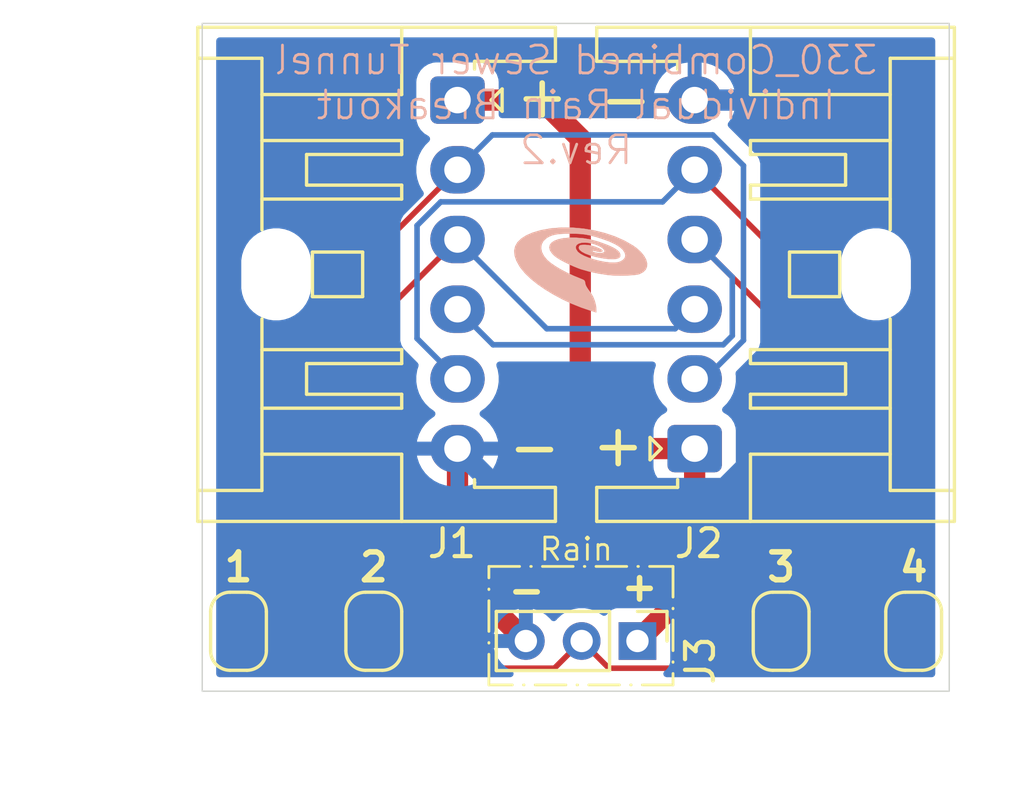
<source format=kicad_pcb>
(kicad_pcb (version 20240108) (generator "pcbnew") (generator_version "8.0")
  (layers (0 "F.Cu" signal) (31 "B.Cu" signal) (34 "B.Paste" user) (35 "F.Paste" user) (36 "B.SilkS" user "B.Silkscreen") (37 "F.SilkS" user "F.Silkscreen") (38 "B.Mask" user) (39 "F.Mask" user) (44 "Edge.Cuts" user))
  (net 0 "")
  (net 1 "+5V")
  (net 2 "Net-(J1-Pin_5)")
  (net 3 "GND")
  (net 4 "Net-(J1-Pin_3)")
  (net 5 "Net-(J1-Pin_2)")
  (net 6 "Net-(J1-Pin_4)")
  (net 7 "Net-(J3-Pin_2)")
  (footprint "Connector_JST:JST_XA_S06B-XASK-1_1x06_P2.50mm_Horizontal" (layer "F.Cu") (at 138.6 86.675 90)
    (property "Reference" "J2" (at -3.4 0.15 180) (layer "F.SilkS"))
    (property "Value" "Conn_01x06_Socket")
    (fp_line (start 15.11 -3.51) (end 13.89 -3.51) (stroke (width 0.12)) (layer "F.SilkS"))
    (fp_line (start 13.89 -3.51) (end 13.89 -0.61) (stroke (width 0.12)) (layer "F.SilkS"))
    (fp_line (start -1.39 -3.51) (end -2.61 -3.51) (stroke (width 0.12)) (layer "F.SilkS"))
    (fp_line (start -2.61 -3.51) (end -2.61 9.31) (stroke (width 0.12)) (layer "F.SilkS"))
    (fp_line (start 0.4 -1.6) (end 0 -1.2) (stroke (width 0.12)) (layer "F.SilkS"))
    (fp_line (start -0.4 -1.6) (end 0.4 -1.6) (stroke (width 0.12)) (layer "F.SilkS"))
    (fp_line (start 0 -1.2) (end -0.4 -1.6) (stroke (width 0.12)) (layer "F.SilkS"))
    (fp_line (start 13.89 -0.61) (end 13.61 -0.61) (stroke (width 0.12)) (layer "F.SilkS"))
    (fp_line (start -1.11 -0.61) (end -1.39 -0.61) (stroke (width 0.12)) (layer "F.SilkS"))
    (fp_line (start -1.39 -0.61) (end -1.39 -3.51) (stroke (width 0.12)) (layer "F.SilkS"))
    (fp_line (start 12.7 2) (end 15.11 2) (stroke (width 0.12)) (layer "F.SilkS"))
    (fp_line (start 11.05 2) (end 11.05 7.01) (stroke (width 0.12)) (layer "F.SilkS"))
    (fp_line (start 10.55 2) (end 11.05 2) (stroke (width 0.12)) (layer "F.SilkS"))
    (fp_line (start 9.45 2) (end 9.45 5.41) (stroke (width 0.12)) (layer "F.SilkS"))
    (fp_line (start 8.95 2) (end 9.45 2) (stroke (width 0.12)) (layer "F.SilkS"))
    (fp_line (start 3.55 2) (end 3.05 2) (stroke (width 0.12)) (layer "F.SilkS"))
    (fp_line (start 3.05 2) (end 3.05 5.41) (stroke (width 0.12)) (layer "F.SilkS"))
    (fp_line (start 1.95 2) (end 1.45 2) (stroke (width 0.12)) (layer "F.SilkS"))
    (fp_line (start 1.45 2) (end 1.45 7.01) (stroke (width 0.12)) (layer "F.SilkS"))
    (fp_line (start -0.2 2) (end -2.61 2) (stroke (width 0.12)) (layer "F.SilkS"))
    (fp_line (start 7.05 3.4) (end 7.05 5.2) (stroke (width 0.12)) (layer "F.SilkS"))
    (fp_line (start 5.45 3.4) (end 7.05 3.4) (stroke (width 0.12)) (layer "F.SilkS"))
    (fp_line (start 7.05 5.2) (end 5.45 5.2) (stroke (width 0.12)) (layer "F.SilkS"))
    (fp_line (start 5.45 5.2) (end 5.45 3.4) (stroke (width 0.12)) (layer "F.SilkS"))
    (fp_line (start 10.55 5.41) (end 10.55 2) (stroke (width 0.12)) (layer "F.SilkS"))
    (fp_line (start 9.45 5.41) (end 10.55 5.41) (stroke (width 0.12)) (layer "F.SilkS"))
    (fp_line (start 3.05 5.41) (end 1.95 5.41) (stroke (width 0.12)) (layer "F.SilkS"))
    (fp_line (start 1.95 5.41) (end 1.95 2) (stroke (width 0.12)) (layer "F.SilkS"))
    (fp_line (start 14 7.01) (end 14 9.31) (stroke (width 0.12)) (layer "F.SilkS"))
    (fp_line (start 12.7 7.01) (end 12.7 2) (stroke (width 0.12)) (layer "F.SilkS"))
    (fp_line (start 8.95 7.01) (end 8.95 2) (stroke (width 0.12)) (layer "F.SilkS"))
    (fp_line (start 7.85 7.01) (end 14 7.01) (stroke (width 0.12)) (layer "F.SilkS"))
    (fp_line (start 3.55 7.01) (end 3.55 2) (stroke (width 0.12)) (layer "F.SilkS"))
    (fp_line (start -0.2 7.01) (end -0.2 2) (stroke (width 0.12)) (layer "F.SilkS"))
    (fp_line (start -1.5 7.01) (end 4.65 7.01) (stroke (width 0.12)) (layer "F.SilkS"))
    (fp_line (start 15.11 9.31) (end 15.11 -3.51) (stroke (width 0.12)) (layer "F.SilkS"))
    (fp_line (start -1.5 9.31) (end -1.5 7.01) (stroke (width 0.12)) (layer "F.SilkS"))
    (fp_line (start -2.61 9.31) (end 15.11 9.31) (stroke (width 0.12)) (layer "F.SilkS"))
    (pad "" np_thru_hole oval (at 6.25 6.5 90) (size 2.8 2) (drill oval 2.8 2) (layers "*.Cu" "*.Mask"))
    (pad "1" thru_hole roundrect (at 0 0 90) (size 1.7 1.95) (drill 0.95) (layers "*.Cu" "*.Mask") (roundrect_rratio 0.1470588235) (net 1 "+5V"))
    (pad "2" thru_hole oval (at 2.5 0 90) (size 1.7 1.95) (drill 0.95) (layers "*.Cu" "*.Mask") (net 5 "Net-(J1-Pin_2)"))
    (pad "3" thru_hole oval (at 5 0 90) (size 1.7 1.95) (drill 0.95) (layers "*.Cu" "*.Mask") (net 4 "Net-(J1-Pin_3)"))
    (pad "4" thru_hole oval (at 7.5 0 90) (size 1.7 1.95) (drill 0.95) (layers "*.Cu" "*.Mask") (net 6 "Net-(J1-Pin_4)"))
    (pad "5" thru_hole oval (at 10 0 90) (size 1.7 1.95) (drill 0.95) (layers "*.Cu" "*.Mask") (net 2 "Net-(J1-Pin_5)"))
    (pad "6" thru_hole oval (at 12.5 0 90) (size 1.7 1.95) (drill 0.95) (layers "*.Cu" "*.Mask") (net 3 "GND"))
  )
  (footprint "Jumper:SolderJumper-2_P1.3mm_Open_RoundedPad1.0x1.5mm" (layer "F.Cu") (at 127.1 93.225 90)
    (property "Reference" "2" (at 2.3 0 0) (layer "F.SilkS") (effects (font (thickness 0.2) (bold yes))))
    (property "Value" "Jumper_2_Open")
    (fp_line (start -0.7 -1) (end 0.7 -1) (stroke (width 0.12)) (layer "F.SilkS"))
    (fp_line (start 1.4 -0.3) (end 1.4 0.3) (stroke (width 0.12)) (layer "F.SilkS"))
    (fp_line (start -1.4 0.3) (end -1.4 -0.3) (stroke (width 0.12)) (layer "F.SilkS"))
    (fp_line (start 0.7 1) (end -0.7 1) (stroke (width 0.12)) (layer "F.SilkS"))
    (fp_arc (start 0.7 -1) (mid 1.194975 -0.794975) (end 1.4 -0.3) (stroke (width 0.12)) (layer "F.SilkS"))
    (fp_arc (start -1.4 -0.3) (mid -1.194975 -0.794975) (end -0.7 -1) (stroke (width 0.12)) (layer "F.SilkS"))
    (fp_arc (start 1.4 0.3) (mid 1.194975 0.794975) (end 0.7 1) (stroke (width 0.12)) (layer "F.SilkS"))
    (fp_arc (start -0.7 1) (mid -1.194975 0.794975) (end -1.4 0.3) (stroke (width 0.12)) (layer "F.SilkS"))
    (pad "1" smd custom (at -0.65 0 90) (size 1 0.5) (layers "F.Cu" "F.Mask") (net 7 "Net-(J3-Pin_2)") (options (clearance outline) (anchor rect)) (primitives (gr_circle (center 0 0.25) (end 0.5 0.25) (width 0) (fill yes)) (gr_circle (center 0 -0.25) (end 0.5 -0.25) (width 0) (fill yes)) (gr_poly (pts (xy 0.5 0.75) (xy 0 0.75) (xy 0 -0.75) (xy 0.5 -0.75)) (width 0) (fill yes))))
    (pad "2" smd custom (at 0.65 0 90) (size 1 0.5) (layers "F.Cu" "F.Mask") (net 4 "Net-(J1-Pin_3)") (options (clearance outline) (anchor rect)) (primitives (gr_circle (center 0 0.25) (end 0.5 0.25) (width 0) (fill yes)) (gr_circle (center 0 -0.25) (end 0.5 -0.25) (width 0) (fill yes)) (gr_poly (pts (xy 0 0.75) (xy -0.5 0.75) (xy -0.5 -0.75) (xy 0 -0.75)) (width 0) (fill yes))))
  )
  (footprint "Connector_JST:JST_XA_S06B-XASK-1_1x06_P2.50mm_Horizontal" (layer "F.Cu") (at 130.1 74.175 -90)
    (property "Reference" "J1" (at 15.9 0.2 0) (layer "F.SilkS"))
    (property "Value" "Conn_01x06_Socket")
    (fp_line (start -2.61 9.31) (end 15.11 9.31) (stroke (width 0.12)) (layer "F.SilkS"))
    (fp_line (start -1.5 9.31) (end -1.5 7.01) (stroke (width 0.12)) (layer "F.SilkS"))
    (fp_line (start 15.11 9.31) (end 15.11 -3.51) (stroke (width 0.12)) (layer "F.SilkS"))
    (fp_line (start -1.5 7.01) (end 4.65 7.01) (stroke (width 0.12)) (layer "F.SilkS"))
    (fp_line (start -0.2 7.01) (end -0.2 2) (stroke (width 0.12)) (layer "F.SilkS"))
    (fp_line (start 3.55 7.01) (end 3.55 2) (stroke (width 0.12)) (layer "F.SilkS"))
    (fp_line (start 7.85 7.01) (end 14 7.01) (stroke (width 0.12)) (layer "F.SilkS"))
    (fp_line (start 8.95 7.01) (end 8.95 2) (stroke (width 0.12)) (layer "F.SilkS"))
    (fp_line (start 12.7 7.01) (end 12.7 2) (stroke (width 0.12)) (layer "F.SilkS"))
    (fp_line (start 14 7.01) (end 14 9.31) (stroke (width 0.12)) (layer "F.SilkS"))
    (fp_line (start 1.95 5.41) (end 1.95 2) (stroke (width 0.12)) (layer "F.SilkS"))
    (fp_line (start 3.05 5.41) (end 1.95 5.41) (stroke (width 0.12)) (layer "F.SilkS"))
    (fp_line (start 9.45 5.41) (end 10.55 5.41) (stroke (width 0.12)) (layer "F.SilkS"))
    (fp_line (start 10.55 5.41) (end 10.55 2) (stroke (width 0.12)) (layer "F.SilkS"))
    (fp_line (start 5.45 5.2) (end 5.45 3.4) (stroke (width 0.12)) (layer "F.SilkS"))
    (fp_line (start 7.05 5.2) (end 5.45 5.2) (stroke (width 0.12)) (layer "F.SilkS"))
    (fp_line (start 5.45 3.4) (end 7.05 3.4) (stroke (width 0.12)) (layer "F.SilkS"))
    (fp_line (start 7.05 3.4) (end 7.05 5.2) (stroke (width 0.12)) (layer "F.SilkS"))
    (fp_line (start -0.2 2) (end -2.61 2) (stroke (width 0.12)) (layer "F.SilkS"))
    (fp_line (start 1.45 2) (end 1.45 7.01) (stroke (width 0.12)) (layer "F.SilkS"))
    (fp_line (start 1.95 2) (end 1.45 2) (stroke (width 0.12)) (layer "F.SilkS"))
    (fp_line (start 3.05 2) (end 3.05 5.41) (stroke (width 0.12)) (layer "F.SilkS"))
    (fp_line (start 3.55 2) (end 3.05 2) (stroke (width 0.12)) (layer "F.SilkS"))
    (fp_line (start 8.95 2) (end 9.45 2) (stroke (width 0.12)) (layer "F.SilkS"))
    (fp_line (start 9.45 2) (end 9.45 5.41) (stroke (width 0.12)) (layer "F.SilkS"))
    (fp_line (start 10.55 2) (end 11.05 2) (stroke (width 0.12)) (layer "F.SilkS"))
    (fp_line (start 11.05 2) (end 11.05 7.01) (stroke (width 0.12)) (layer "F.SilkS"))
    (fp_line (start 12.7 2) (end 15.11 2) (stroke (width 0.12)) (layer "F.SilkS"))
    (fp_line (start -1.39 -0.61) (end -1.39 -3.51) (stroke (width 0.12)) (layer "F.SilkS"))
    (fp_line (start -1.11 -0.61) (end -1.39 -0.61) (stroke (width 0.12)) (layer "F.SilkS"))
    (fp_line (start 13.89 -0.61) (end 13.61 -0.61) (stroke (width 0.12)) (layer "F.SilkS"))
    (fp_line (start 0 -1.2) (end -0.4 -1.6) (stroke (width 0.12)) (layer "F.SilkS"))
    (fp_line (start -0.4 -1.6) (end 0.4 -1.6) (stroke (width 0.12)) (layer "F.SilkS"))
    (fp_line (start 0.4 -1.6) (end 0 -1.2) (stroke (width 0.12)) (layer "F.SilkS"))
    (fp_line (start -2.61 -3.51) (end -2.61 9.31) (stroke (width 0.12)) (layer "F.SilkS"))
    (fp_line (start -1.39 -3.51) (end -2.61 -3.51) (stroke (width 0.12)) (layer "F.SilkS"))
    (fp_line (start 13.89 -3.51) (end 13.89 -0.61) (stroke (width 0.12)) (layer "F.SilkS"))
    (fp_line (start 15.11 -3.51) (end 13.89 -3.51) (stroke (width 0.12)) (layer "F.SilkS"))
    (pad "" np_thru_hole oval (at 6.25 6.5 270) (size 2.8 2) (drill oval 2.8 2) (layers "*.Cu" "*.Mask"))
    (pad "1" thru_hole roundrect (at 0 0 270) (size 1.7 1.95) (drill 0.95) (layers "*.Cu" "*.Mask") (roundrect_rratio 0.1470588235) (net 1 "+5V"))
    (pad "2" thru_hole oval (at 2.5 0 270) (size 1.7 1.95) (drill 0.95) (layers "*.Cu" "*.Mask") (net 5 "Net-(J1-Pin_2)"))
    (pad "3" thru_hole oval (at 5 0 270) (size 1.7 1.95) (drill 0.95) (layers "*.Cu" "*.Mask") (net 4 "Net-(J1-Pin_3)"))
    (pad "4" thru_hole oval (at 7.5 0 270) (size 1.7 1.95) (drill 0.95) (layers "*.Cu" "*.Mask") (net 6 "Net-(J1-Pin_4)"))
    (pad "5" thru_hole oval (at 10 0 270) (size 1.7 1.95) (drill 0.95) (layers "*.Cu" "*.Mask") (net 2 "Net-(J1-Pin_5)"))
    (pad "6" thru_hole oval (at 12.5 0 270) (size 1.7 1.95) (drill 0.95) (layers "*.Cu" "*.Mask") (net 3 "GND"))
  )
  (footprint "Jumper:SolderJumper-2_P1.3mm_Open_RoundedPad1.0x1.5mm" (layer "F.Cu") (at 146.45 93.225 90)
    (property "Reference" "4" (at 2.3 0 0) (layer "F.SilkS") (effects (font (thickness 0.2) (bold yes))))
    (property "Value" "Jumper_2_Open")
    (fp_line (start -0.7 -1) (end 0.7 -1) (stroke (width 0.12)) (layer "F.SilkS"))
    (fp_line (start 1.4 -0.3) (end 1.4 0.3) (stroke (width 0.12)) (layer "F.SilkS"))
    (fp_line (start -1.4 0.3) (end -1.4 -0.3) (stroke (width 0.12)) (layer "F.SilkS"))
    (fp_line (start 0.7 1) (end -0.7 1) (stroke (width 0.12)) (layer "F.SilkS"))
    (fp_arc (start 0.7 -1) (mid 1.194975 -0.794975) (end 1.4 -0.3) (stroke (width 0.12)) (layer "F.SilkS"))
    (fp_arc (start -1.4 -0.3) (mid -1.194975 -0.794975) (end -0.7 -1) (stroke (width 0.12)) (layer "F.SilkS"))
    (fp_arc (start 1.4 0.3) (mid 1.194975 0.794975) (end 0.7 1) (stroke (width 0.12)) (layer "F.SilkS"))
    (fp_arc (start -0.7 1) (mid -1.194975 0.794975) (end -1.4 0.3) (stroke (width 0.12)) (layer "F.SilkS"))
    (pad "1" smd custom (at -0.65 0 90) (size 1 0.5) (layers "F.Cu" "F.Mask") (net 7 "Net-(J3-Pin_2)") (options (clearance outline) (anchor rect)) (primitives (gr_circle (center 0 0.25) (end 0.5 0.25) (width 0) (fill yes)) (gr_circle (center 0 -0.25) (end 0.5 -0.25) (width 0) (fill yes)) (gr_poly (pts (xy 0.5 0.75) (xy 0 0.75) (xy 0 -0.75) (xy 0.5 -0.75)) (width 0) (fill yes))))
    (pad "2" smd custom (at 0.65 0 90) (size 1 0.5) (layers "F.Cu" "F.Mask") (net 2 "Net-(J1-Pin_5)") (options (clearance outline) (anchor rect)) (primitives (gr_circle (center 0 0.25) (end 0.5 0.25) (width 0) (fill yes)) (gr_circle (center 0 -0.25) (end 0.5 -0.25) (width 0) (fill yes)) (gr_poly (pts (xy 0 0.75) (xy -0.5 0.75) (xy -0.5 -0.75) (xy 0 -0.75)) (width 0) (fill yes))))
  )
  (footprint "Jumper:SolderJumper-2_P1.3mm_Open_RoundedPad1.0x1.5mm" (layer "F.Cu") (at 122.25 93.225 90)
    (property "Reference" "1" (at 2.3 0 0) (layer "F.SilkS") (effects (font (thickness 0.2) (bold yes))))
    (property "Value" "Jumper_2_Open")
    (fp_line (start -0.7 -1) (end 0.7 -1) (stroke (width 0.12)) (layer "F.SilkS"))
    (fp_line (start 1.4 -0.3) (end 1.4 0.3) (stroke (width 0.12)) (layer "F.SilkS"))
    (fp_line (start -1.4 0.3) (end -1.4 -0.3) (stroke (width 0.12)) (layer "F.SilkS"))
    (fp_line (start 0.7 1) (end -0.7 1) (stroke (width 0.12)) (layer "F.SilkS"))
    (fp_arc (start 0.7 -1) (mid 1.194975 -0.794975) (end 1.4 -0.3) (stroke (width 0.12)) (layer "F.SilkS"))
    (fp_arc (start -1.4 -0.3) (mid -1.194975 -0.794975) (end -0.7 -1) (stroke (width 0.12)) (layer "F.SilkS"))
    (fp_arc (start 1.4 0.3) (mid 1.194975 0.794975) (end 0.7 1) (stroke (width 0.12)) (layer "F.SilkS"))
    (fp_arc (start -0.7 1) (mid -1.194975 0.794975) (end -1.4 0.3) (stroke (width 0.12)) (layer "F.SilkS"))
    (pad "1" smd custom (at -0.65 0 90) (size 1 0.5) (layers "F.Cu" "F.Mask") (net 7 "Net-(J3-Pin_2)") (options (clearance outline) (anchor rect)) (primitives (gr_circle (center 0 0.25) (end 0.5 0.25) (width 0) (fill yes)) (gr_circle (center 0 -0.25) (end 0.5 -0.25) (width 0) (fill yes)) (gr_poly (pts (xy 0.5 0.75) (xy 0 0.75) (xy 0 -0.75) (xy 0.5 -0.75)) (width 0) (fill yes))))
    (pad "2" smd custom (at 0.65 0 90) (size 1 0.5) (layers "F.Cu" "F.Mask") (net 5 "Net-(J1-Pin_2)") (options (clearance outline) (anchor rect)) (primitives (gr_circle (center 0 0.25) (end 0.5 0.25) (width 0) (fill yes)) (gr_circle (center 0 -0.25) (end 0.5 -0.25) (width 0) (fill yes)) (gr_poly (pts (xy 0 0.75) (xy -0.5 0.75) (xy -0.5 -0.75) (xy 0 -0.75)) (width 0) (fill yes))))
  )
  (footprint "SMM:smm-spiral-05mm-Back" (layer "F.Cu") (at 134.6 79.675)
    (property "Reference" "REF**" (hide yes))
    (property "Value" "smm-spiral-05mm-Back")
    (fp_poly (pts (xy -1.15 -0.9) (xy -1.504112 -0.837139) (xy -1.806126 -0.748139) (xy -2.035184 -0.648728) (xy -2.215878 -0.534027) (xy -2.34812 -0.404299) (xy -2.431821 -0.259806) (xy -2.466894 -0.100812) (xy -2.45325 0.072421) (xy -2.390801 0.259631) (xy -2.279458 0.460555) (xy -2.234364 0.526477) (xy -2.076789 0.716329) (xy -1.874769 0.909624) (xy -1.63417 1.102787) (xy -1.360858 1.292238) (xy -1.060701 1.474402) (xy -0.739566 1.6457) (xy -0.403319 1.802557) (xy -0.057827 1.941394) (xy 0.266042 2.051025) (xy 0.475592 2.115342) (xy 0.475592 1.993075) (xy 0.460715 1.855669) (xy 0.420883 1.703325) (xy 0.363296 1.558211) (xy 0.298045 1.446357) (xy 0.21223 1.328837) (xy 0.152668 1.242092) (xy 0.114152 1.177008) (xy 0.091475 1.124473) (xy 0.079429 1.075375) (xy 0.077071 1.059667) (xy 0.066912 1.005607) (xy 0.046517 0.969923) (xy 0.004084 0.941629) (xy -0.072186 0.909739) (xy -0.092205 0.90209) (xy -0.329344 0.804917) (xy -0.561475 0.696662) (xy -0.780065 0.582108) (xy -0.97658 0.46604) (xy -1.142487 0.353241) (xy -1.269254 0.248495) (xy -1.284405 0.233733) (xy -1.401587 0.091809) (xy -1.474058 -0.051638) (xy -1.501659 -0.191815) (xy -1.48423 -0.323927) (xy -1.421613 -0.443179) (xy -1.313646 -0.544777) (xy -1.31039 -0.547032) (xy -1.213045 -0.605089) (xy -1.106993 -0.648558) (xy -0.983502 -0.679158) (xy -0.833838 -0.698605) (xy -0.64927 -0.708619) (xy -0.476908 -0.710982) (xy -0.263794 -0.708639) (xy -0.082702 -0.699196) (xy 0.081612 -0.68023) (xy 0.244395 -0.649318) (xy 0.420891 -0.604037) (xy 0.626347 -0.541962) (xy 0.666092 -0.529296) (xy 0.930619 -0.434425) (xy 1.146624 -0.335047) (xy 1.313656 -0.231487) (xy 1.431259 -0.124071) (xy 1.498983 -0.013125) (xy 1.516992 0.082996) (xy 1.493231 0.162265) (xy 1.428476 0.234211) (xy 1.332519 0.290342) (xy 1.247678 0.316599) (xy 1.11336 0.330143) (xy 0.950293 0.324033) (xy 0.768168 0.300847) (xy 0.576675 0.263162) (xy 0.385506 0.213556) (xy 0.204351 0.154606) (xy 0.042901 0.08889) (xy -0.089154 0.018985) (xy -0.182121 -0.052531) (xy -0.195559 -0.06726) (xy -0.252148 -0.158576) (xy -0.26279 -0.238464) (xy -0.231563 -0.304338) (xy -0.162545 -0.353615) (xy -0.059813 -0.38371) (xy 0.072555 -0.392039) (xy 0.230483 -0.376018) (xy 0.277492 -0.367074) (xy 0.414591 -0.330738) (xy 0.535065 -0.284477) (xy 0.635078 -0.232244) (xy 0.710796 -0.177992) (xy 0.758387 -0.125672) (xy 0.774015 -0.079236) (xy 0.753847 -0.042637) (xy 0.694049 -0.019826) (xy 0.61988 -0.014143) (xy 0.523798 -0.019698) (xy 0.436833 -0.034256) (xy 0.370589 -0.054658) (xy 0.336667 -0.077745) (xy 0.336484 -0.091301) (xy 0.367256 -0.099733) (xy 0.419004 -0.090017) (xy 0.522054 -0.063694) (xy 0.612151 -0.054027) (xy 0.673689 -0.062466) (xy 0.680112 -0.065759) (xy 0.699132 -0.096274) (xy 0.668866 -0.134114) (xy 0.589023 -0.179498) (xy 0.459312 -0.232643) (xy 0.455149 -0.234176) (xy 0.33116 -0.271561) (xy 0.202497 -0.296655) (xy 0.080186 -0.308822) (xy -0.02475 -0.307427) (xy -0.101284 -0.291837) (xy -0.135034 -0.268143) (xy -0.153663 -0.200099) (xy -0.123486 -0.131743) (xy -0.046475 -0.064282) (xy 0.075398 0.001078) (xy 0.240162 0.06313) (xy 0.445846 0.120668) (xy 0.533527 0.140923) (xy 0.741786 0.179963) (xy 0.926211 0.201335) (xy 1.082128 0.20525) (xy 1.204861 0.191923) (xy 1.289734 0.161564) (xy 1.332073 0.114387) (xy 1.334745 0.104497) (xy 1.334261 0.025842) (xy 1.299026 -0.048195) (xy 1.225685 -0.120468) (xy 1.110885 -0.193833) (xy 0.951272 -0.271146) (xy 0.83805 -0.318439) (xy 0.548886 -0.423554) (xy 0.280306 -0.497246) (xy 0.016154 -0.543175) (xy -0.248308 -0.564547) (xy -0.495187 -0.564962) (xy -0.708904 -0.545607) (xy -0.887457 -0.508138) (xy -1.028847 -0.454209) (xy -1.131073 -0.385476) (xy -1.192134 -0.303595) (xy -1.21003 -0.210221) (xy -1.182761 -0.10701) (xy -1.108325 0.004383) (xy -1.030795 0.083018) (xy -0.941846 0.150116) (xy -0.815402 0.227909) (xy -0.662157 0.31103) (xy -0.492811 0.39411) (xy -0.318059 0.471782) (xy -0.1486 0.538678) (xy -0.064133 0.568079) (xy 0.225969 0.650757) (xy 0.547164 0.719785) (xy 0.880674 0.771185) (xy 0.913382 0.775132) (xy 1.062267 0.78784) (xy 1.231141 0.794401) (xy 1.409088 0.795181) (xy 1.58519 0.790548) (xy 1.748531 0.780869) (xy 1.888194 0.766511) (xy 1.993261 0.747842) (xy 2.027683 0.737648) (xy 2.15822 0.669641) (xy 2.245865 0.579909) (xy 2.291523 0.472466) (xy 2.296099 0.351325) (xy 2.2605 0.220498) (xy 2.185629 0.083999) (xy 2.072393 -0.054159) (xy 1.921696 -0.189963) (xy 1.798376 -0.278858) (xy 1.491133 -0.456339) (xy 1.150833 -0.607318) (xy 0.785245 -0.730784) (xy 0.402142 -0.825724) (xy 0.009295 -0.891128) (xy -0.385525 -0.925983) (xy -0.774548 -0.929278) (xy -1.15 -0.9)) (stroke (width 0.01)) (fill solid) (layer "B.SilkS"))
  )
  (footprint "Connector_PinHeader_2.00mm:PinHeader_1x03_P2.00mm_Vertical" (layer "F.Cu") (at 136.55 93.575 -90)
    (property "Reference" "J3" (at 0.7 -2.25 90) (layer "F.SilkS"))
    (property "Value" "Conn_01x03_Socket")
    (fp_line (start -1.06 5.06) (end 1.06 5.06) (stroke (width 0.12)) (layer "F.SilkS"))
    (fp_line (start -1.06 1) (end -1.06 5.06) (stroke (width 0.12)) (layer "F.SilkS"))
    (fp_line (start -1.06 1) (end 1.06 1) (stroke (width 0.12)) (layer "F.SilkS"))
    (fp_line (start 1.06 1) (end 1.06 5.06) (stroke (width 0.12)) (layer "F.SilkS"))
    (fp_line (start -1.06 0) (end -1.06 -1.06) (stroke (width 0.12)) (layer "F.SilkS"))
    (fp_line (start -1.06 -1.06) (end 0 -1.06) (stroke (width 0.12)) (layer "F.SilkS"))
    (pad "1" thru_hole rect (at 0 0 270) (size 1.35 1.35) (drill 0.8) (layers "*.Cu" "*.Mask") (net 1 "+5V"))
    (pad "2" thru_hole oval (at 0 2 270) (size 1.35 1.35) (drill 0.8) (layers "*.Cu" "*.Mask") (net 7 "Net-(J3-Pin_2)"))
    (pad "3" thru_hole oval (at 0 4 270) (size 1.35 1.35) (drill 0.8) (layers "*.Cu" "*.Mask") (net 3 "GND"))
  )
  (footprint "Jumper:SolderJumper-2_P1.3mm_Open_RoundedPad1.0x1.5mm" (layer "F.Cu") (at 141.7 93.225 90)
    (property "Reference" "3" (at 2.3 0 0) (layer "F.SilkS") (effects (font (thickness 0.2) (bold yes))))
    (property "Value" "Jumper_2_Open")
    (fp_line (start -0.7 -1) (end 0.7 -1) (stroke (width 0.12)) (layer "F.SilkS"))
    (fp_line (start 1.4 -0.3) (end 1.4 0.3) (stroke (width 0.12)) (layer "F.SilkS"))
    (fp_line (start -1.4 0.3) (end -1.4 -0.3) (stroke (width 0.12)) (layer "F.SilkS"))
    (fp_line (start 0.7 1) (end -0.7 1) (stroke (width 0.12)) (layer "F.SilkS"))
    (fp_arc (start 0.7 -1) (mid 1.194975 -0.794975) (end 1.4 -0.3) (stroke (width 0.12)) (layer "F.SilkS"))
    (fp_arc (start -1.4 -0.3) (mid -1.194975 -0.794975) (end -0.7 -1) (stroke (width 0.12)) (layer "F.SilkS"))
    (fp_arc (start 1.4 0.3) (mid 1.194975 0.794975) (end 0.7 1) (stroke (width 0.12)) (layer "F.SilkS"))
    (fp_arc (start -0.7 1) (mid -1.194975 0.794975) (end -1.4 0.3) (stroke (width 0.12)) (layer "F.SilkS"))
    (pad "1" smd custom (at -0.65 0 90) (size 1 0.5) (layers "F.Cu" "F.Mask") (net 7 "Net-(J3-Pin_2)") (options (clearance outline) (anchor rect)) (primitives (gr_circle (center 0 0.25) (end 0.5 0.25) (width 0) (fill yes)) (gr_circle (center 0 -0.25) (end 0.5 -0.25) (width 0) (fill yes)) (gr_poly (pts (xy 0.5 0.75) (xy 0 0.75) (xy 0 -0.75) (xy 0.5 -0.75)) (width 0) (fill yes))))
    (pad "2" smd custom (at 0.65 0 90) (size 1 0.5) (layers "F.Cu" "F.Mask") (net 6 "Net-(J1-Pin_4)") (options (clearance outline) (anchor rect)) (primitives (gr_circle (center 0 0.25) (end 0.5 0.25) (width 0) (fill yes)) (gr_circle (center 0 -0.25) (end 0.5 -0.25) (width 0) (fill yes)) (gr_poly (pts (xy 0 0.75) (xy -0.5 0.75) (xy -0.5 -0.75) (xy 0 -0.75)) (width 0) (fill yes))))
  )
  (gr_rect (start 131.225 90.9) (end 137.825 95.15) (stroke (width 0.1) (type dash_dot)) (fill none) (layer "F.SilkS"))
  (gr_rect (start 120.95 71.425) (end 147.725 95.375) (stroke (width 0.05)) (fill none) (layer "Edge.Cuts"))
  (gr_text "330_Combined Sewer Tunnel\nIndividual Rain Breakout\nRev.2" (at 134.35 76.55 0) (layer "B.SilkS") (effects (font (size 1 1) (thickness 0.1)) (justify bottom mirror)))
  (gr_text "+" (at 132.075 74.9 0) (layer "F.SilkS") (effects (font (size 1.5 1.5) (thickness 0.2) (bold yes)) (justify left bottom)))
  (gr_text "+" (at 136.625 87.7 90) (layer "F.SilkS") (effects (font (size 1.5 1.5) (thickness 0.2) (bold yes)) (justify left bottom)))
  (gr_text "Rain" (at 132.975 90.75 0) (layer "F.SilkS") (effects (font (size 0.8 0.8) (thickness 0.1)) (justify left bottom)))
  (gr_text "+" (at 135.875 92.2 0) (layer "F.SilkS") (effects (font (size 1 1) (thickness 0.2) (bold yes)) (justify left bottom)))
  (gr_text "-" (at 135.075 75 0) (layer "F.SilkS") (effects (font (size 1.5 1.5) (thickness 0.2) (bold yes)) (justify left bottom)))
  (gr_text "-" (at 131.825 92.325 0) (layer "F.SilkS") (effects (font (size 1 1) (thickness 0.2) (bold yes)) (justify left bottom)))
  (gr_text "-" (at 131.8 87.475 0) (layer "F.SilkS") (effects (font (size 1.5 1.5) (thickness 0.2) (bold yes)) (justify left bottom)))
  (segment (start 134.5 85.375) (end 135.8 86.675) (width 0.762) (layer "F.Cu") (net 1))
  (segment (start 138.6 91.525) (end 136.55 93.575) (width 0.762) (layer "F.Cu") (net 1))
  (segment (start 134.5 75.55) (end 134.5 85.375) (width 0.762) (layer "F.Cu") (net 1))
  (segment (start 138.6 86.675) (end 138.6 91.525) (width 0.762) (layer "F.Cu") (net 1))
  (segment (start 133.125 74.175) (end 134.5 75.55) (width 0.762) (layer "F.Cu") (net 1))
  (segment (start 135.8 86.675) (end 138.6 86.675) (width 0.762) (layer "F.Cu") (net 1))
  (segment (start 130.1 74.175) (end 133.125 74.175) (width 0.762) (layer "F.Cu") (net 1))
  (segment (start 138.6 76.675) (end 146.45 84.525) (width 0.2) (layer "F.Cu") (net 2))
  (segment (start 146.45 84.525) (end 146.45 92.575) (width 0.2) (layer "F.Cu") (net 2))
  (segment (start 137.45 77.825) (end 138.6 76.675) (width 0.2) (layer "B.Cu") (net 2))
  (segment (start 130.1 84.175) (end 128.65 82.725) (width 0.2) (layer "B.Cu") (net 2))
  (segment (start 128.65 82.725) (end 128.65 78.673654) (width 0.2) (layer "B.Cu") (net 2))
  (segment (start 128.65 78.673654) (end 129.498654 77.825) (width 0.2) (layer "B.Cu") (net 2))
  (segment (start 129.498654 77.825) (end 137.45 77.825) (width 0.2) (layer "B.Cu") (net 2))
  (segment (start 130.1 86.675) (end 130.1 91.125) (width 0.762) (layer "F.Cu") (net 3))
  (segment (start 130.1 91.125) (end 132.55 93.575) (width 0.762) (layer "F.Cu") (net 3))
  (segment (start 139.676138 88.106) (end 141.95 85.832138) (width 0.762) (layer "B.Cu") (net 3))
  (segment (start 141.95 85.832138) (end 141.95 75.725) (width 0.762) (layer "B.Cu") (net 3))
  (segment (start 140.4 74.175) (end 138.6 74.175) (width 0.762) (layer "B.Cu") (net 3))
  (segment (start 141.95 75.725) (end 140.4 74.175) (width 0.762) (layer "B.Cu") (net 3))
  (segment (start 131.531 88.106) (end 139.676138 88.106) (width 0.762) (layer "B.Cu") (net 3))
  (segment (start 130.1 86.675) (end 131.531 88.106) (width 0.762) (layer "B.Cu") (net 3))
  (segment (start 127.1 82.175) (end 127.1 92.575) (width 0.2) (layer "F.Cu") (net 4))
  (segment (start 130.1 79.175) (end 127.1 82.175) (width 0.2) (layer "F.Cu") (net 4))
  (segment (start 130.1 79.175) (end 133.3 82.375) (width 0.2) (layer "B.Cu") (net 4))
  (segment (start 133.3 82.375) (end 137.9 82.375) (width 0.2) (layer "B.Cu") (net 4))
  (segment (start 137.9 82.375) (end 138.6 81.675) (width 0.2) (layer "B.Cu") (net 4))
  (segment (start 121.790504 84.984496) (end 130.1 76.675) (width 0.2) (layer "F.Cu") (net 5))
  (segment (start 121.790504 92.115504) (end 121.790504 84.984496) (width 0.2) (layer "F.Cu") (net 5))
  (segment (start 122.25 92.575) (end 121.790504 92.115504) (width 0.2) (layer "F.Cu") (net 5))
  (segment (start 131.35 75.425) (end 139.25 75.425) (width 0.2) (layer "B.Cu") (net 5))
  (segment (start 139.25 75.425) (end 140.35 76.525) (width 0.2) (layer "B.Cu") (net 5))
  (segment (start 138.965685 84.175) (end 138.6 84.175) (width 0.2) (layer "B.Cu") (net 5))
  (segment (start 140.35 76.525) (end 140.35 82.790685) (width 0.2) (layer "B.Cu") (net 5))
  (segment (start 140.35 82.790685) (end 138.965685 84.175) (width 0.2) (layer "B.Cu") (net 5))
  (segment (start 130.1 76.675) (end 131.35 75.425) (width 0.2) (layer "B.Cu") (net 5))
  (segment (start 138.6 79.175) (end 141.7 82.275) (width 0.2) (layer "F.Cu") (net 6))
  (segment (start 141.7 82.275) (end 141.7 92.575) (width 0.2) (layer "F.Cu") (net 6))
  (segment (start 139.95 80.525) (end 138.6 79.175) (width 0.2) (layer "B.Cu") (net 6))
  (segment (start 139.95 82.625) (end 139.95 80.525) (width 0.2) (layer "B.Cu") (net 6))
  (segment (start 130.1 81.675) (end 131.375 82.95) (width 0.2) (layer "B.Cu") (net 6))
  (segment (start 131.375 82.95) (end 139.625 82.95) (width 0.2) (layer "B.Cu") (net 6))
  (segment (start 139.625 82.95) (end 139.95 82.625) (width 0.2) (layer "B.Cu") (net 6))
  (segment (start 133.575 94.55) (end 134.55 93.575) (width 0.2) (layer "F.Cu") (net 7))
  (segment (start 135.525 94.55) (end 134.55 93.575) (width 0.2) (layer "F.Cu") (net 7))
  (segment (start 141.025 94.55) (end 135.525 94.55) (width 0.2) (layer "F.Cu") (net 7))
  (segment (start 141.7 93.875) (end 141.025 94.55) (width 0.2) (layer "F.Cu") (net 7))
  (segment (start 127.1 93.875) (end 127.775 94.55) (width 0.2) (layer "F.Cu") (net 7))
  (segment (start 127.775 94.55) (end 133.575 94.55) (width 0.2) (layer "F.Cu") (net 7))
  (segment (start 141.7 93.875) (end 146.45 93.875) (width 0.2) (layer "F.Cu") (net 7))
  (segment (start 122.25 93.875) (end 127.1 93.875) (width 0.2) (layer "F.Cu") (net 7))
  (zone (net 3) (net_name "GND") (layer "B.Cu") (connect_pads (clearance 0.5)) (min_thickness 0.25) (fill yes (thermal_gap 0.5) (thermal_bridge_width 0.5))
    (polygon (pts (xy 117.83 70.585) (xy 117.83 97.255) (xy 150.43 97.405) (xy 150.43 70.735)))
  )
)
</source>
